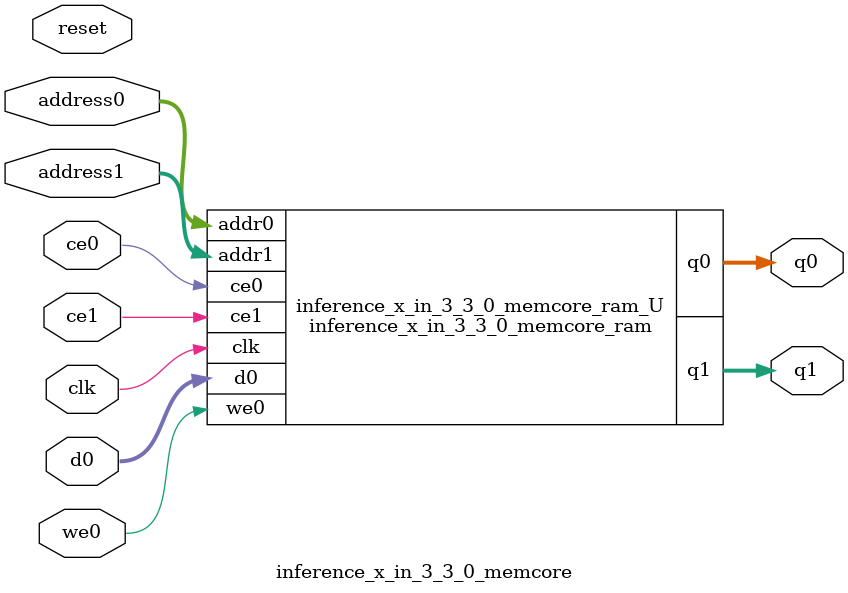
<source format=v>

`timescale 1 ns / 1 ps
module inference_x_in_3_3_0_memcore_ram (addr0, ce0, d0, we0, q0, addr1, ce1, q1,  clk);

parameter DWIDTH = 32;
parameter AWIDTH = 5;
parameter MEM_SIZE = 25;

input[AWIDTH-1:0] addr0;
input ce0;
input[DWIDTH-1:0] d0;
input we0;
output reg[DWIDTH-1:0] q0;
input[AWIDTH-1:0] addr1;
input ce1;
output reg[DWIDTH-1:0] q1;
input clk;

(* ram_style = "distributed" *)reg [DWIDTH-1:0] ram[MEM_SIZE-1:0];




always @(posedge clk)  
begin 
    if (ce0) 
    begin
        if (we0) 
        begin 
            ram[addr0] <= d0; 
            q0 <= d0;
        end 
        else 
            q0 <= ram[addr0];
    end
end


always @(posedge clk)  
begin 
    if (ce1) 
    begin
            q1 <= ram[addr1];
    end
end


endmodule


`timescale 1 ns / 1 ps
module inference_x_in_3_3_0_memcore(
    reset,
    clk,
    address0,
    ce0,
    we0,
    d0,
    q0,
    address1,
    ce1,
    q1);

parameter DataWidth = 32'd32;
parameter AddressRange = 32'd25;
parameter AddressWidth = 32'd5;
input reset;
input clk;
input[AddressWidth - 1:0] address0;
input ce0;
input we0;
input[DataWidth - 1:0] d0;
output[DataWidth - 1:0] q0;
input[AddressWidth - 1:0] address1;
input ce1;
output[DataWidth - 1:0] q1;



inference_x_in_3_3_0_memcore_ram inference_x_in_3_3_0_memcore_ram_U(
    .clk( clk ),
    .addr0( address0 ),
    .ce0( ce0 ),
    .d0( d0 ),
    .we0( we0 ),
    .q0( q0 ),
    .addr1( address1 ),
    .ce1( ce1 ),
    .q1( q1 ));

endmodule


</source>
